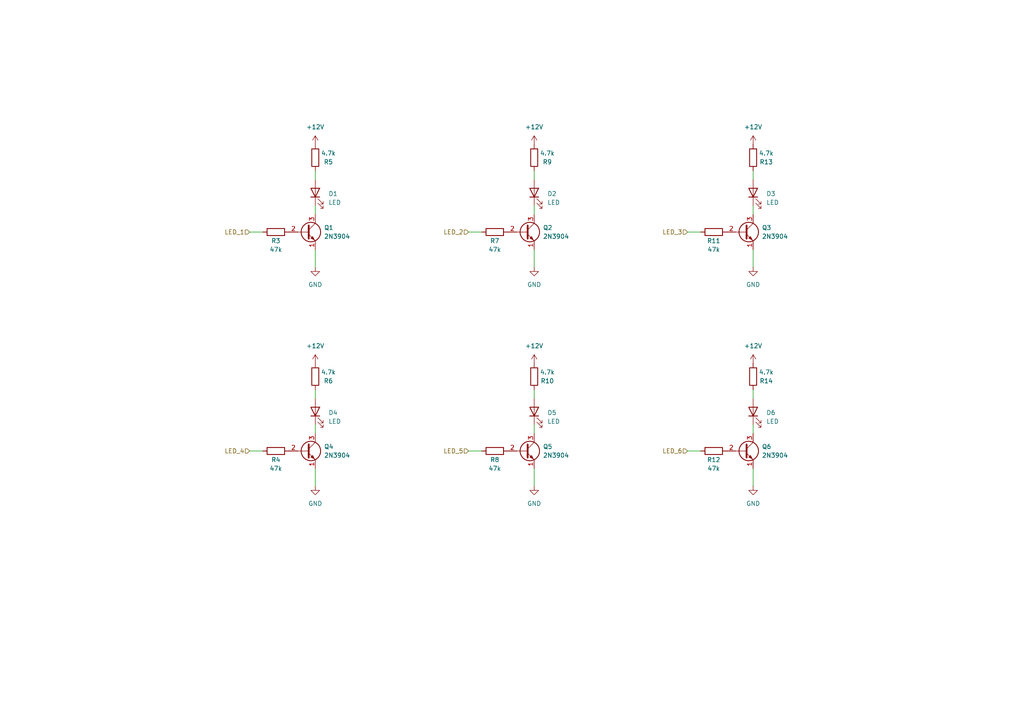
<source format=kicad_sch>
(kicad_sch (version 20250114) (generator "eeschema") (generator_version "9.0")
  (paper "A4")
  (lib_symbols
    (symbol "Device:LED" (pin_numbers (hide yes)) (pin_names (offset 1.016) (hide yes))
      (property "Reference" "D" (at 0 2.54 0))
      (property "Value" "LED" (at 0 -2.54 0))
      (symbol "LED_0_1"
        (polyline (pts (xy -3.048 -0.762) (xy -4.572 -2.286) (xy -3.81 -2.286) (xy -4.572 -2.286) (xy -4.572 -1.524)))
        (polyline (pts (xy -1.778 -0.762) (xy -3.302 -2.286) (xy -2.54 -2.286) (xy -3.302 -2.286) (xy -3.302 -1.524)))
        (polyline (pts (xy -1.27 0) (xy 1.27 0)))
        (polyline (pts (xy -1.27 -1.27) (xy -1.27 1.27)) (stroke (width 0.254)))
        (polyline (pts (xy 1.27 -1.27) (xy 1.27 1.27) (xy -1.27 0) (xy 1.27 -1.27)) (stroke (width 0.254)))
      )
      (symbol "LED_1_1"
        (pin passive line (at -3.81 0 0) (length 2.54) (name "K") (number "1"))
        (pin passive line (at 3.81 0 180) (length 2.54) (name "A") (number "2"))
      )
    )
    (symbol "Device:R" (pin_numbers (hide yes)) (pin_names (offset 0))
      (property "Reference" "R" (at 2.032 0 90))
      (property "Value" "R" (at 0 0 90))
      (symbol "R_0_1"
        (rectangle (start -1.016 -2.54) (end 1.016 2.54) (stroke (width 0.254)))
      )
      (symbol "R_1_1"
        (pin passive line (at 0 3.81 270) (length 1.27) (name "~") (number "1"))
        (pin passive line (at 0 -3.81 90) (length 1.27) (name "~") (number "2"))
      )
    )
    (symbol "Transistor_BJT:2N3904" (pin_names (offset 0) (hide yes))
      (property "Reference" "Q" (at 5.08 1.905 0))
      (property "Value" "2N3904" (at 5.08 0 0))
      (symbol "2N3904_0_1"
        (polyline (pts (xy -2.54 0) (xy 0.635 0)))
        (polyline (pts (xy 0.635 1.905) (xy 0.635 -1.905)) (stroke (width 0.508)))
        (circle (center 1.27 0) (radius 2.8194) (stroke (width 0.254)))
      )
      (symbol "2N3904_1_1"
        (polyline (pts (xy 0.635 0.635) (xy 2.54 2.54)))
        (polyline (pts (xy 0.635 -0.635) (xy 2.54 -2.54)))
        (polyline (pts (xy 1.27 -1.778) (xy 1.778 -1.27) (xy 2.286 -2.286) (xy 1.27 -1.778)) (fill (type outline)))
        (pin input line (at -5.08 0 0) (length 2.54) (name "B") (number "2"))
        (pin passive line (at 2.54 5.08 270) (length 2.54) (name "C") (number "3"))
        (pin passive line (at 2.54 -5.08 90) (length 2.54) (name "E") (number "1"))
      )
    )
    (symbol "power:+12V" (power) (pin_numbers (hide yes)) (pin_names (offset 0) (hide yes))
      (property "Value" "+12V" (at 0 3.556 0))
      (symbol "+12V_0_1"
        (polyline (pts (xy -0.762 1.27) (xy 0 2.54)))
        (polyline (pts (xy 0 2.54) (xy 0.762 1.27)))
        (polyline (pts (xy 0 0) (xy 0 2.54)))
      )
      (symbol "+12V_1_1"
        (pin power_in line (at 0 0 90) (length 0) (name "~") (number "1"))
      )
    )
    (symbol "power:GND" (power) (pin_numbers (hide yes)) (pin_names (offset 0) (hide yes))
      (property "Value" "GND" (at 0 -3.81 0))
      (symbol "GND_0_1"
        (polyline (pts (xy 0 0) (xy 0 -1.27) (xy 1.27 -1.27) (xy 0 -2.54) (xy -1.27 -1.27) (xy 0 -1.27)))
      )
      (symbol "GND_1_1"
        (pin power_in line (at 0 0 270) (length 0) (name "~") (number "1"))
      )
    )
  )
  (wire (pts (xy 91.44 113.03) (xy 91.44 115.57)))
  (wire (pts (xy 218.44 77.47) (xy 218.44 72.39)))
  (wire (pts (xy 154.94 59.69) (xy 154.94 62.23)))
  (wire (pts (xy 218.44 49.53) (xy 218.44 52.07)))
  (wire (pts (xy 218.44 140.97) (xy 218.44 135.89)))
  (wire (pts (xy 91.44 59.69) (xy 91.44 62.23)))
  (wire (pts (xy 135.89 67.31) (xy 139.7 67.31)))
  (wire (pts (xy 91.44 49.53) (xy 91.44 52.07)))
  (wire (pts (xy 199.39 130.81) (xy 203.2 130.81)))
  (wire (pts (xy 199.39 67.31) (xy 203.2 67.31)))
  (wire (pts (xy 91.44 123.19) (xy 91.44 125.73)))
  (wire (pts (xy 91.44 140.97) (xy 91.44 135.89)))
  (wire (pts (xy 72.39 67.31) (xy 76.2 67.31)))
  (wire (pts (xy 135.89 130.81) (xy 139.7 130.81)))
  (wire (pts (xy 218.44 123.19) (xy 218.44 125.73)))
  (wire (pts (xy 218.44 59.69) (xy 218.44 62.23)))
  (wire (pts (xy 91.44 77.47) (xy 91.44 72.39)))
  (wire (pts (xy 154.94 140.97) (xy 154.94 135.89)))
  (wire (pts (xy 154.94 123.19) (xy 154.94 125.73)))
  (wire (pts (xy 154.94 77.47) (xy 154.94 72.39)))
  (wire (pts (xy 154.94 49.53) (xy 154.94 52.07)))
  (wire (pts (xy 154.94 113.03) (xy 154.94 115.57)))
  (wire (pts (xy 72.39 130.81) (xy 76.2 130.81)))
  (wire (pts (xy 218.44 113.03) (xy 218.44 115.57)))
  (hierarchical_label "LED_5" (shape input) (at 135.89 130.81 180))
  (hierarchical_label "LED_6" (shape input) (at 199.39 130.81 180))
  (hierarchical_label "LED_4" (shape input) (at 72.39 130.81 180))
  (hierarchical_label "LED_1" (shape input) (at 72.39 67.31 180))
  (hierarchical_label "LED_2" (shape input) (at 135.89 67.31 180))
  (hierarchical_label "LED_3" (shape input) (at 199.39 67.31 180))
  (symbol (lib_id "Device:R") (at 207.01 130.81 90) (unit 1)
    (property "Reference" "R12" (at 207.01 133.35 90))
    (property "Value" "47k" (at 207.01 135.89 90))
    (property "Footprint" "Shmoergh_Custom_Footprints:R_Axial_DIN0207_L6.3mm_D2.5mm_P7.62mm_Horizontal" (effects (hide yes)))
    (property "LCSC" "C25803" (effects (hide yes)))
    (property "Vendor" "JLCPCB" (effects (hide yes)))
  )
  (symbol (lib_id "Device:LED") (at 218.44 55.88 90) (unit 1)
    (property "Reference" "D3" (at 222.25 56.1974 90) (effects (justify right)))
    (property "Value" "LED" (at 222.25 58.7374 90) (effects (justify right)))
    (property "Footprint" "LED_THT:LED_D3.0mm" (effects (hide yes)))
    (property "Description" "Light emitting diode" (effects (hide yes)))
    (property "Sim.Pins" "1=K 2=A" (effects (hide yes)))
  )
  (symbol (lib_id "Device:LED") (at 91.44 119.38 90) (unit 1)
    (property "Reference" "D4" (at 95.25 119.6974 90) (effects (justify right)))
    (property "Value" "LED" (at 95.25 122.2374 90) (effects (justify right)))
    (property "Footprint" "LED_THT:LED_D3.0mm" (effects (hide yes)))
    (property "Description" "Light emitting diode" (effects (hide yes)))
    (property "Sim.Pins" "1=K 2=A" (effects (hide yes)))
  )
  (symbol (lib_id "Transistor_BJT:2N3904") (at 152.4 130.81 0) (unit 1)
    (property "Reference" "Q5" (at 157.48 129.5399 0) (effects (justify left)))
    (property "Value" "2N3904" (at 157.48 132.0799 0) (effects (justify left)))
    (property "Footprint" "Package_TO_SOT_THT:TO-92_Inline_Wide" (effects (hide yes)))
    (property "Datasheet" "https://www.onsemi.com/pub/Collateral/2N3903-D.PDF" (effects (hide yes)))
    (property "Description" "0.2A Ic, 40V Vce, Small Signal NPN Transistor, TO-92" (effects (hide yes)))
  )
  (symbol (lib_id "Transistor_BJT:2N3904") (at 88.9 130.81 0) (unit 1)
    (property "Reference" "Q4" (at 93.98 129.5399 0) (effects (justify left)))
    (property "Value" "2N3904" (at 93.98 132.0799 0) (effects (justify left)))
    (property "Footprint" "Package_TO_SOT_THT:TO-92_Inline_Wide" (effects (hide yes)))
    (property "Datasheet" "https://www.onsemi.com/pub/Collateral/2N3903-D.PDF" (effects (hide yes)))
    (property "Description" "0.2A Ic, 40V Vce, Small Signal NPN Transistor, TO-92" (effects (hide yes)))
  )
  (symbol (lib_id "power:GND") (at 91.44 77.47 0) (unit 1)
    (property "Reference" "#PWR025" (effects (hide yes)))
    (property "Value" "GND" (at 91.44 82.55 0))
    (property "Description" "Power symbol creates a global label with name \"GND\" , ground" (effects (hide yes)))
  )
  (symbol (lib_id "power:GND") (at 218.44 140.97 0) (unit 1)
    (property "Reference" "#PWR035" (effects (hide yes)))
    (property "Value" "GND" (at 218.44 146.05 0))
    (property "Description" "Power symbol creates a global label with name \"GND\" , ground" (effects (hide yes)))
  )
  (symbol (lib_id "Device:LED") (at 218.44 119.38 90) (unit 1)
    (property "Reference" "D6" (at 222.25 119.6974 90) (effects (justify right)))
    (property "Value" "LED" (at 222.25 122.2374 90) (effects (justify right)))
    (property "Footprint" "LED_THT:LED_D3.0mm" (effects (hide yes)))
    (property "Description" "Light emitting diode" (effects (hide yes)))
    (property "Sim.Pins" "1=K 2=A" (effects (hide yes)))
  )
  (symbol (lib_id "power:GND") (at 154.94 140.97 0) (unit 1)
    (property "Reference" "#PWR031" (effects (hide yes)))
    (property "Value" "GND" (at 154.94 146.05 0))
    (property "Description" "Power symbol creates a global label with name \"GND\" , ground" (effects (hide yes)))
  )
  (symbol (lib_id "Transistor_BJT:2N3904") (at 215.9 130.81 0) (unit 1)
    (property "Reference" "Q6" (at 220.98 129.5399 0) (effects (justify left)))
    (property "Value" "2N3904" (at 220.98 132.0799 0) (effects (justify left)))
    (property "Footprint" "Package_TO_SOT_THT:TO-92_Inline_Wide" (effects (hide yes)))
    (property "Datasheet" "https://www.onsemi.com/pub/Collateral/2N3903-D.PDF" (effects (hide yes)))
    (property "Description" "0.2A Ic, 40V Vce, Small Signal NPN Transistor, TO-92" (effects (hide yes)))
  )
  (symbol (lib_id "power:GND") (at 91.44 140.97 0) (unit 1)
    (property "Reference" "#PWR027" (effects (hide yes)))
    (property "Value" "GND" (at 91.44 146.05 0))
    (property "Description" "Power symbol creates a global label with name \"GND\" , ground" (effects (hide yes)))
  )
  (symbol (lib_id "Transistor_BJT:2N3904") (at 88.9 67.31 0) (unit 1)
    (property "Reference" "Q1" (at 93.98 66.0399 0) (effects (justify left)))
    (property "Value" "2N3904" (at 93.98 68.5799 0) (effects (justify left)))
    (property "Footprint" "Package_TO_SOT_THT:TO-92_Inline_Wide" (effects (hide yes)))
    (property "Datasheet" "https://www.onsemi.com/pub/Collateral/2N3903-D.PDF" (effects (hide yes)))
    (property "Description" "0.2A Ic, 40V Vce, Small Signal NPN Transistor, TO-92" (effects (hide yes)))
  )
  (symbol (lib_id "Device:R") (at 80.01 130.81 90) (unit 1)
    (property "Reference" "R4" (at 80.01 133.35 90))
    (property "Value" "47k" (at 80.01 135.89 90))
    (property "Footprint" "Shmoergh_Custom_Footprints:R_Axial_DIN0207_L6.3mm_D2.5mm_P7.62mm_Horizontal" (effects (hide yes)))
    (property "LCSC" "C25803" (effects (hide yes)))
    (property "Vendor" "JLCPCB" (effects (hide yes)))
  )
  (symbol (lib_id "Device:LED") (at 154.94 119.38 90) (unit 1)
    (property "Reference" "D5" (at 158.75 119.6974 90) (effects (justify right)))
    (property "Value" "LED" (at 158.75 122.2374 90) (effects (justify right)))
    (property "Footprint" "LED_THT:LED_D3.0mm" (effects (hide yes)))
    (property "Description" "Light emitting diode" (effects (hide yes)))
    (property "Sim.Pins" "1=K 2=A" (effects (hide yes)))
  )
  (symbol (lib_id "power:+12V") (at 218.44 105.41 0) (unit 1)
    (property "Reference" "#PWR034" (effects (hide yes)))
    (property "Value" "+12V" (at 218.44 100.33 0))
    (property "Description" "Power symbol creates a global label with name \"+12V\"" (effects (hide yes)))
  )
  (symbol (lib_id "power:GND") (at 218.44 77.47 0) (unit 1)
    (property "Reference" "#PWR033" (effects (hide yes)))
    (property "Value" "GND" (at 218.44 82.55 0))
    (property "Description" "Power symbol creates a global label with name \"GND\" , ground" (effects (hide yes)))
  )
  (symbol (lib_id "power:+12V") (at 154.94 105.41 0) (unit 1)
    (property "Reference" "#PWR030" (effects (hide yes)))
    (property "Value" "+12V" (at 154.94 100.33 0))
    (property "Description" "Power symbol creates a global label with name \"+12V\"" (effects (hide yes)))
  )
  (symbol (lib_id "Device:R") (at 143.51 67.31 90) (unit 1)
    (property "Reference" "R7" (at 143.51 69.85 90))
    (property "Value" "47k" (at 143.51 72.39 90))
    (property "Footprint" "Shmoergh_Custom_Footprints:R_Axial_DIN0207_L6.3mm_D2.5mm_P7.62mm_Horizontal" (effects (hide yes)))
    (property "LCSC" "C25803" (effects (hide yes)))
    (property "Vendor" "JLCPCB" (effects (hide yes)))
  )
  (symbol (lib_id "Transistor_BJT:2N3904") (at 152.4 67.31 0) (unit 1)
    (property "Reference" "Q2" (at 157.48 66.0399 0) (effects (justify left)))
    (property "Value" "2N3904" (at 157.48 68.5799 0) (effects (justify left)))
    (property "Footprint" "Package_TO_SOT_THT:TO-92_Inline_Wide" (effects (hide yes)))
    (property "Datasheet" "https://www.onsemi.com/pub/Collateral/2N3903-D.PDF" (effects (hide yes)))
    (property "Description" "0.2A Ic, 40V Vce, Small Signal NPN Transistor, TO-92" (effects (hide yes)))
  )
  (symbol (lib_id "Device:R") (at 154.94 45.72 180) (unit 1)
    (property "Reference" "R9" (at 158.75 46.99 0))
    (property "Value" "4.7k" (at 158.75 44.45 0))
    (property "Footprint" "Shmoergh_Custom_Footprints:R_Axial_DIN0207_L6.3mm_D2.5mm_P7.62mm_Horizontal" (effects (hide yes)))
    (property "Vendor" "JLCPCB" (effects (hide yes)))
  )
  (symbol (lib_id "power:+12V") (at 91.44 41.91 0) (unit 1)
    (property "Reference" "#PWR024" (effects (hide yes)))
    (property "Value" "+12V" (at 91.44 36.83 0))
    (property "Description" "Power symbol creates a global label with name \"+12V\"" (effects (hide yes)))
  )
  (symbol (lib_id "Device:LED") (at 91.44 55.88 90) (unit 1)
    (property "Reference" "D1" (at 95.25 56.1974 90) (effects (justify right)))
    (property "Value" "LED" (at 95.25 58.7374 90) (effects (justify right)))
    (property "Footprint" "LED_THT:LED_D3.0mm" (effects (hide yes)))
    (property "Description" "Light emitting diode" (effects (hide yes)))
    (property "Sim.Pins" "1=K 2=A" (effects (hide yes)))
  )
  (symbol (lib_id "Device:LED") (at 154.94 55.88 90) (unit 1)
    (property "Reference" "D2" (at 158.75 56.1974 90) (effects (justify right)))
    (property "Value" "LED" (at 158.75 58.7374 90) (effects (justify right)))
    (property "Footprint" "LED_THT:LED_D3.0mm" (effects (hide yes)))
    (property "Description" "Light emitting diode" (effects (hide yes)))
    (property "Sim.Pins" "1=K 2=A" (effects (hide yes)))
  )
  (symbol (lib_id "Device:R") (at 143.51 130.81 90) (unit 1)
    (property "Reference" "R8" (at 143.51 133.35 90))
    (property "Value" "47k" (at 143.51 135.89 90))
    (property "Footprint" "Shmoergh_Custom_Footprints:R_Axial_DIN0207_L6.3mm_D2.5mm_P7.62mm_Horizontal" (effects (hide yes)))
    (property "LCSC" "C25803" (effects (hide yes)))
    (property "Vendor" "JLCPCB" (effects (hide yes)))
  )
  (symbol (lib_id "power:+12V") (at 218.44 41.91 0) (unit 1)
    (property "Reference" "#PWR032" (effects (hide yes)))
    (property "Value" "+12V" (at 218.44 36.83 0))
    (property "Description" "Power symbol creates a global label with name \"+12V\"" (effects (hide yes)))
  )
  (symbol (lib_id "Device:R") (at 154.94 109.22 180) (unit 1)
    (property "Reference" "R10" (at 158.75 110.49 0))
    (property "Value" "4.7k" (at 158.75 107.95 0))
    (property "Footprint" "Shmoergh_Custom_Footprints:R_Axial_DIN0207_L6.3mm_D2.5mm_P7.62mm_Horizontal" (effects (hide yes)))
    (property "Vendor" "JLCPCB" (effects (hide yes)))
  )
  (symbol (lib_id "power:GND") (at 154.94 77.47 0) (unit 1)
    (property "Reference" "#PWR029" (effects (hide yes)))
    (property "Value" "GND" (at 154.94 82.55 0))
    (property "Description" "Power symbol creates a global label with name \"GND\" , ground" (effects (hide yes)))
  )
  (symbol (lib_id "Device:R") (at 218.44 45.72 180) (unit 1)
    (property "Reference" "R13" (at 222.25 46.99 0))
    (property "Value" "4.7k" (at 222.25 44.45 0))
    (property "Footprint" "Shmoergh_Custom_Footprints:R_Axial_DIN0207_L6.3mm_D2.5mm_P7.62mm_Horizontal" (effects (hide yes)))
    (property "Vendor" "JLCPCB" (effects (hide yes)))
  )
  (symbol (lib_id "Device:R") (at 207.01 67.31 90) (unit 1)
    (property "Reference" "R11" (at 207.01 69.85 90))
    (property "Value" "47k" (at 207.01 72.39 90))
    (property "Footprint" "Shmoergh_Custom_Footprints:R_Axial_DIN0207_L6.3mm_D2.5mm_P7.62mm_Horizontal" (effects (hide yes)))
    (property "LCSC" "C25803" (effects (hide yes)))
    (property "Vendor" "JLCPCB" (effects (hide yes)))
  )
  (symbol (lib_id "Device:R") (at 91.44 45.72 180) (unit 1)
    (property "Reference" "R5" (at 95.25 46.99 0))
    (property "Value" "4.7k" (at 95.25 44.45 0))
    (property "Footprint" "Shmoergh_Custom_Footprints:R_Axial_DIN0207_L6.3mm_D2.5mm_P7.62mm_Horizontal" (effects (hide yes)))
    (property "Vendor" "JLCPCB" (effects (hide yes)))
  )
  (symbol (lib_id "Device:R") (at 91.44 109.22 180) (unit 1)
    (property "Reference" "R6" (at 95.25 110.49 0))
    (property "Value" "4.7k" (at 95.25 107.95 0))
    (property "Footprint" "Shmoergh_Custom_Footprints:R_Axial_DIN0207_L6.3mm_D2.5mm_P7.62mm_Horizontal" (effects (hide yes)))
    (property "Vendor" "JLCPCB" (effects (hide yes)))
  )
  (symbol (lib_id "Device:R") (at 218.44 109.22 180) (unit 1)
    (property "Reference" "R14" (at 222.25 110.49 0))
    (property "Value" "4.7k" (at 222.25 107.95 0))
    (property "Footprint" "Shmoergh_Custom_Footprints:R_Axial_DIN0207_L6.3mm_D2.5mm_P7.62mm_Horizontal" (effects (hide yes)))
    (property "Vendor" "JLCPCB" (effects (hide yes)))
  )
  (symbol (lib_id "Device:R") (at 80.01 67.31 90) (unit 1)
    (property "Reference" "R3" (at 80.01 69.85 90))
    (property "Value" "47k" (at 80.01 72.39 90))
    (property "Footprint" "Shmoergh_Custom_Footprints:R_Axial_DIN0207_L6.3mm_D2.5mm_P7.62mm_Horizontal" (effects (hide yes)))
    (property "LCSC" "C25803" (effects (hide yes)))
    (property "Vendor" "JLCPCB" (effects (hide yes)))
  )
  (symbol (lib_id "power:+12V") (at 91.44 105.41 0) (unit 1)
    (property "Reference" "#PWR026" (effects (hide yes)))
    (property "Value" "+12V" (at 91.44 100.33 0))
    (property "Description" "Power symbol creates a global label with name \"+12V\"" (effects (hide yes)))
  )
  (symbol (lib_id "Transistor_BJT:2N3904") (at 215.9 67.31 0) (unit 1)
    (property "Reference" "Q3" (at 220.98 66.0399 0) (effects (justify left)))
    (property "Value" "2N3904" (at 220.98 68.5799 0) (effects (justify left)))
    (property "Footprint" "Package_TO_SOT_THT:TO-92_Inline_Wide" (effects (hide yes)))
    (property "Datasheet" "https://www.onsemi.com/pub/Collateral/2N3903-D.PDF" (effects (hide yes)))
    (property "Description" "0.2A Ic, 40V Vce, Small Signal NPN Transistor, TO-92" (effects (hide yes)))
  )
  (symbol (lib_id "power:+12V") (at 154.94 41.91 0) (unit 1)
    (property "Reference" "#PWR028" (effects (hide yes)))
    (property "Value" "+12V" (at 154.94 36.83 0))
    (property "Description" "Power symbol creates a global label with name \"+12V\"" (effects (hide yes)))
  )
)
</source>
